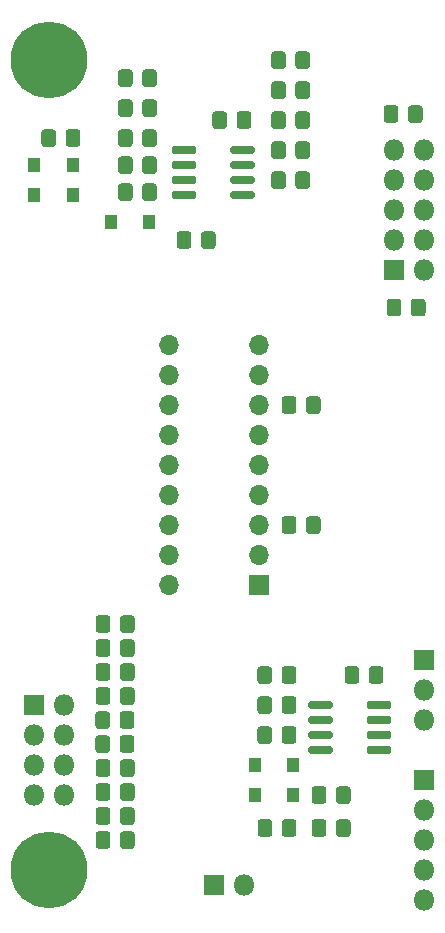
<source format=gbr>
G04 #@! TF.GenerationSoftware,KiCad,Pcbnew,5.1.6-c6e7f7d~86~ubuntu18.04.1*
G04 #@! TF.CreationDate,2020-06-20T09:56:21-04:00*
G04 #@! TF.ProjectId,five_pulser_board,66697665-5f70-4756-9c73-65725f626f61,rev?*
G04 #@! TF.SameCoordinates,Original*
G04 #@! TF.FileFunction,Soldermask,Top*
G04 #@! TF.FilePolarity,Negative*
%FSLAX46Y46*%
G04 Gerber Fmt 4.6, Leading zero omitted, Abs format (unit mm)*
G04 Created by KiCad (PCBNEW 5.1.6-c6e7f7d~86~ubuntu18.04.1) date 2020-06-20 09:56:21*
%MOMM*%
%LPD*%
G01*
G04 APERTURE LIST*
%ADD10O,1.800000X1.800000*%
%ADD11R,1.800000X1.800000*%
%ADD12O,1.700000X1.700000*%
%ADD13R,1.700000X1.700000*%
%ADD14C,0.900000*%
%ADD15C,6.500000*%
%ADD16R,1.000000X1.300000*%
G04 APERTURE END LIST*
D10*
X113030000Y-50800000D03*
X110490000Y-50800000D03*
X113030000Y-53340000D03*
X110490000Y-53340000D03*
X113030000Y-55880000D03*
X110490000Y-55880000D03*
X113030000Y-58420000D03*
X110490000Y-58420000D03*
X113030000Y-60960000D03*
D11*
X110490000Y-60960000D03*
D10*
X82550000Y-105410000D03*
X80010000Y-105410000D03*
X82550000Y-102870000D03*
X80010000Y-102870000D03*
X82550000Y-100330000D03*
X80010000Y-100330000D03*
X82550000Y-97790000D03*
D11*
X80010000Y-97790000D03*
G36*
G01*
X105295000Y-101425000D02*
X105295000Y-101775000D01*
G75*
G02*
X105120000Y-101950000I-175000J0D01*
G01*
X103420000Y-101950000D01*
G75*
G02*
X103245000Y-101775000I0J175000D01*
G01*
X103245000Y-101425000D01*
G75*
G02*
X103420000Y-101250000I175000J0D01*
G01*
X105120000Y-101250000D01*
G75*
G02*
X105295000Y-101425000I0J-175000D01*
G01*
G37*
G36*
G01*
X105295000Y-100155000D02*
X105295000Y-100505000D01*
G75*
G02*
X105120000Y-100680000I-175000J0D01*
G01*
X103420000Y-100680000D01*
G75*
G02*
X103245000Y-100505000I0J175000D01*
G01*
X103245000Y-100155000D01*
G75*
G02*
X103420000Y-99980000I175000J0D01*
G01*
X105120000Y-99980000D01*
G75*
G02*
X105295000Y-100155000I0J-175000D01*
G01*
G37*
G36*
G01*
X105295000Y-98885000D02*
X105295000Y-99235000D01*
G75*
G02*
X105120000Y-99410000I-175000J0D01*
G01*
X103420000Y-99410000D01*
G75*
G02*
X103245000Y-99235000I0J175000D01*
G01*
X103245000Y-98885000D01*
G75*
G02*
X103420000Y-98710000I175000J0D01*
G01*
X105120000Y-98710000D01*
G75*
G02*
X105295000Y-98885000I0J-175000D01*
G01*
G37*
G36*
G01*
X105295000Y-97615000D02*
X105295000Y-97965000D01*
G75*
G02*
X105120000Y-98140000I-175000J0D01*
G01*
X103420000Y-98140000D01*
G75*
G02*
X103245000Y-97965000I0J175000D01*
G01*
X103245000Y-97615000D01*
G75*
G02*
X103420000Y-97440000I175000J0D01*
G01*
X105120000Y-97440000D01*
G75*
G02*
X105295000Y-97615000I0J-175000D01*
G01*
G37*
G36*
G01*
X110245000Y-97615000D02*
X110245000Y-97965000D01*
G75*
G02*
X110070000Y-98140000I-175000J0D01*
G01*
X108370000Y-98140000D01*
G75*
G02*
X108195000Y-97965000I0J175000D01*
G01*
X108195000Y-97615000D01*
G75*
G02*
X108370000Y-97440000I175000J0D01*
G01*
X110070000Y-97440000D01*
G75*
G02*
X110245000Y-97615000I0J-175000D01*
G01*
G37*
G36*
G01*
X110245000Y-98885000D02*
X110245000Y-99235000D01*
G75*
G02*
X110070000Y-99410000I-175000J0D01*
G01*
X108370000Y-99410000D01*
G75*
G02*
X108195000Y-99235000I0J175000D01*
G01*
X108195000Y-98885000D01*
G75*
G02*
X108370000Y-98710000I175000J0D01*
G01*
X110070000Y-98710000D01*
G75*
G02*
X110245000Y-98885000I0J-175000D01*
G01*
G37*
G36*
G01*
X110245000Y-100155000D02*
X110245000Y-100505000D01*
G75*
G02*
X110070000Y-100680000I-175000J0D01*
G01*
X108370000Y-100680000D01*
G75*
G02*
X108195000Y-100505000I0J175000D01*
G01*
X108195000Y-100155000D01*
G75*
G02*
X108370000Y-99980000I175000J0D01*
G01*
X110070000Y-99980000D01*
G75*
G02*
X110245000Y-100155000I0J-175000D01*
G01*
G37*
G36*
G01*
X110245000Y-101425000D02*
X110245000Y-101775000D01*
G75*
G02*
X110070000Y-101950000I-175000J0D01*
G01*
X108370000Y-101950000D01*
G75*
G02*
X108195000Y-101775000I0J175000D01*
G01*
X108195000Y-101425000D01*
G75*
G02*
X108370000Y-101250000I175000J0D01*
G01*
X110070000Y-101250000D01*
G75*
G02*
X110245000Y-101425000I0J-175000D01*
G01*
G37*
D12*
X91440000Y-87630000D03*
X99060000Y-67310000D03*
X91440000Y-85090000D03*
X99060000Y-69850000D03*
X91440000Y-82550000D03*
X99060000Y-72390000D03*
X91440000Y-80010000D03*
X99060000Y-74930000D03*
X91440000Y-77470000D03*
X99060000Y-77470000D03*
X91440000Y-74930000D03*
X99060000Y-80010000D03*
X91440000Y-72390000D03*
X99060000Y-82550000D03*
X91440000Y-69850000D03*
X99060000Y-85090000D03*
X91440000Y-67310000D03*
D13*
X99060000Y-87630000D03*
G36*
G01*
X93735000Y-54435000D02*
X93735000Y-54785000D01*
G75*
G02*
X93560000Y-54960000I-175000J0D01*
G01*
X91860000Y-54960000D01*
G75*
G02*
X91685000Y-54785000I0J175000D01*
G01*
X91685000Y-54435000D01*
G75*
G02*
X91860000Y-54260000I175000J0D01*
G01*
X93560000Y-54260000D01*
G75*
G02*
X93735000Y-54435000I0J-175000D01*
G01*
G37*
G36*
G01*
X93735000Y-53165000D02*
X93735000Y-53515000D01*
G75*
G02*
X93560000Y-53690000I-175000J0D01*
G01*
X91860000Y-53690000D01*
G75*
G02*
X91685000Y-53515000I0J175000D01*
G01*
X91685000Y-53165000D01*
G75*
G02*
X91860000Y-52990000I175000J0D01*
G01*
X93560000Y-52990000D01*
G75*
G02*
X93735000Y-53165000I0J-175000D01*
G01*
G37*
G36*
G01*
X93735000Y-51895000D02*
X93735000Y-52245000D01*
G75*
G02*
X93560000Y-52420000I-175000J0D01*
G01*
X91860000Y-52420000D01*
G75*
G02*
X91685000Y-52245000I0J175000D01*
G01*
X91685000Y-51895000D01*
G75*
G02*
X91860000Y-51720000I175000J0D01*
G01*
X93560000Y-51720000D01*
G75*
G02*
X93735000Y-51895000I0J-175000D01*
G01*
G37*
G36*
G01*
X93735000Y-50625000D02*
X93735000Y-50975000D01*
G75*
G02*
X93560000Y-51150000I-175000J0D01*
G01*
X91860000Y-51150000D01*
G75*
G02*
X91685000Y-50975000I0J175000D01*
G01*
X91685000Y-50625000D01*
G75*
G02*
X91860000Y-50450000I175000J0D01*
G01*
X93560000Y-50450000D01*
G75*
G02*
X93735000Y-50625000I0J-175000D01*
G01*
G37*
G36*
G01*
X98685000Y-50625000D02*
X98685000Y-50975000D01*
G75*
G02*
X98510000Y-51150000I-175000J0D01*
G01*
X96810000Y-51150000D01*
G75*
G02*
X96635000Y-50975000I0J175000D01*
G01*
X96635000Y-50625000D01*
G75*
G02*
X96810000Y-50450000I175000J0D01*
G01*
X98510000Y-50450000D01*
G75*
G02*
X98685000Y-50625000I0J-175000D01*
G01*
G37*
G36*
G01*
X98685000Y-51895000D02*
X98685000Y-52245000D01*
G75*
G02*
X98510000Y-52420000I-175000J0D01*
G01*
X96810000Y-52420000D01*
G75*
G02*
X96635000Y-52245000I0J175000D01*
G01*
X96635000Y-51895000D01*
G75*
G02*
X96810000Y-51720000I175000J0D01*
G01*
X98510000Y-51720000D01*
G75*
G02*
X98685000Y-51895000I0J-175000D01*
G01*
G37*
G36*
G01*
X98685000Y-53165000D02*
X98685000Y-53515000D01*
G75*
G02*
X98510000Y-53690000I-175000J0D01*
G01*
X96810000Y-53690000D01*
G75*
G02*
X96635000Y-53515000I0J175000D01*
G01*
X96635000Y-53165000D01*
G75*
G02*
X96810000Y-52990000I175000J0D01*
G01*
X98510000Y-52990000D01*
G75*
G02*
X98685000Y-53165000I0J-175000D01*
G01*
G37*
G36*
G01*
X98685000Y-54435000D02*
X98685000Y-54785000D01*
G75*
G02*
X98510000Y-54960000I-175000J0D01*
G01*
X96810000Y-54960000D01*
G75*
G02*
X96635000Y-54785000I0J175000D01*
G01*
X96635000Y-54435000D01*
G75*
G02*
X96810000Y-54260000I175000J0D01*
G01*
X98510000Y-54260000D01*
G75*
G02*
X98685000Y-54435000I0J-175000D01*
G01*
G37*
G36*
G01*
X100984000Y-108682262D02*
X100984000Y-107725738D01*
G75*
G02*
X101255738Y-107454000I271738J0D01*
G01*
X101962262Y-107454000D01*
G75*
G02*
X102234000Y-107725738I0J-271738D01*
G01*
X102234000Y-108682262D01*
G75*
G02*
X101962262Y-108954000I-271738J0D01*
G01*
X101255738Y-108954000D01*
G75*
G02*
X100984000Y-108682262I0J271738D01*
G01*
G37*
G36*
G01*
X98934000Y-108682262D02*
X98934000Y-107725738D01*
G75*
G02*
X99205738Y-107454000I271738J0D01*
G01*
X99912262Y-107454000D01*
G75*
G02*
X100184000Y-107725738I0J-271738D01*
G01*
X100184000Y-108682262D01*
G75*
G02*
X99912262Y-108954000I-271738J0D01*
G01*
X99205738Y-108954000D01*
G75*
G02*
X98934000Y-108682262I0J271738D01*
G01*
G37*
G36*
G01*
X100975000Y-100808262D02*
X100975000Y-99851738D01*
G75*
G02*
X101246738Y-99580000I271738J0D01*
G01*
X101953262Y-99580000D01*
G75*
G02*
X102225000Y-99851738I0J-271738D01*
G01*
X102225000Y-100808262D01*
G75*
G02*
X101953262Y-101080000I-271738J0D01*
G01*
X101246738Y-101080000D01*
G75*
G02*
X100975000Y-100808262I0J271738D01*
G01*
G37*
G36*
G01*
X98925000Y-100808262D02*
X98925000Y-99851738D01*
G75*
G02*
X99196738Y-99580000I271738J0D01*
G01*
X99903262Y-99580000D01*
G75*
G02*
X100175000Y-99851738I0J-271738D01*
G01*
X100175000Y-100808262D01*
G75*
G02*
X99903262Y-101080000I-271738J0D01*
G01*
X99196738Y-101080000D01*
G75*
G02*
X98925000Y-100808262I0J271738D01*
G01*
G37*
G36*
G01*
X100975000Y-98268262D02*
X100975000Y-97311738D01*
G75*
G02*
X101246738Y-97040000I271738J0D01*
G01*
X101953262Y-97040000D01*
G75*
G02*
X102225000Y-97311738I0J-271738D01*
G01*
X102225000Y-98268262D01*
G75*
G02*
X101953262Y-98540000I-271738J0D01*
G01*
X101246738Y-98540000D01*
G75*
G02*
X100975000Y-98268262I0J271738D01*
G01*
G37*
G36*
G01*
X98925000Y-98268262D02*
X98925000Y-97311738D01*
G75*
G02*
X99196738Y-97040000I271738J0D01*
G01*
X99903262Y-97040000D01*
G75*
G02*
X100175000Y-97311738I0J-271738D01*
G01*
X100175000Y-98268262D01*
G75*
G02*
X99903262Y-98540000I-271738J0D01*
G01*
X99196738Y-98540000D01*
G75*
G02*
X98925000Y-98268262I0J271738D01*
G01*
G37*
G36*
G01*
X100175000Y-94771738D02*
X100175000Y-95728262D01*
G75*
G02*
X99903262Y-96000000I-271738J0D01*
G01*
X99196738Y-96000000D01*
G75*
G02*
X98925000Y-95728262I0J271738D01*
G01*
X98925000Y-94771738D01*
G75*
G02*
X99196738Y-94500000I271738J0D01*
G01*
X99903262Y-94500000D01*
G75*
G02*
X100175000Y-94771738I0J-271738D01*
G01*
G37*
G36*
G01*
X102225000Y-94771738D02*
X102225000Y-95728262D01*
G75*
G02*
X101953262Y-96000000I-271738J0D01*
G01*
X101246738Y-96000000D01*
G75*
G02*
X100975000Y-95728262I0J271738D01*
G01*
X100975000Y-94771738D01*
G75*
G02*
X101246738Y-94500000I271738J0D01*
G01*
X101953262Y-94500000D01*
G75*
G02*
X102225000Y-94771738I0J-271738D01*
G01*
G37*
G36*
G01*
X86477000Y-108741738D02*
X86477000Y-109698262D01*
G75*
G02*
X86205262Y-109970000I-271738J0D01*
G01*
X85498738Y-109970000D01*
G75*
G02*
X85227000Y-109698262I0J271738D01*
G01*
X85227000Y-108741738D01*
G75*
G02*
X85498738Y-108470000I271738J0D01*
G01*
X86205262Y-108470000D01*
G75*
G02*
X86477000Y-108741738I0J-271738D01*
G01*
G37*
G36*
G01*
X88527000Y-108741738D02*
X88527000Y-109698262D01*
G75*
G02*
X88255262Y-109970000I-271738J0D01*
G01*
X87548738Y-109970000D01*
G75*
G02*
X87277000Y-109698262I0J271738D01*
G01*
X87277000Y-108741738D01*
G75*
G02*
X87548738Y-108470000I271738J0D01*
G01*
X88255262Y-108470000D01*
G75*
G02*
X88527000Y-108741738I0J-271738D01*
G01*
G37*
G36*
G01*
X87277000Y-107666262D02*
X87277000Y-106709738D01*
G75*
G02*
X87548738Y-106438000I271738J0D01*
G01*
X88255262Y-106438000D01*
G75*
G02*
X88527000Y-106709738I0J-271738D01*
G01*
X88527000Y-107666262D01*
G75*
G02*
X88255262Y-107938000I-271738J0D01*
G01*
X87548738Y-107938000D01*
G75*
G02*
X87277000Y-107666262I0J271738D01*
G01*
G37*
G36*
G01*
X85227000Y-107666262D02*
X85227000Y-106709738D01*
G75*
G02*
X85498738Y-106438000I271738J0D01*
G01*
X86205262Y-106438000D01*
G75*
G02*
X86477000Y-106709738I0J-271738D01*
G01*
X86477000Y-107666262D01*
G75*
G02*
X86205262Y-107938000I-271738J0D01*
G01*
X85498738Y-107938000D01*
G75*
G02*
X85227000Y-107666262I0J271738D01*
G01*
G37*
G36*
G01*
X86477000Y-104677738D02*
X86477000Y-105634262D01*
G75*
G02*
X86205262Y-105906000I-271738J0D01*
G01*
X85498738Y-105906000D01*
G75*
G02*
X85227000Y-105634262I0J271738D01*
G01*
X85227000Y-104677738D01*
G75*
G02*
X85498738Y-104406000I271738J0D01*
G01*
X86205262Y-104406000D01*
G75*
G02*
X86477000Y-104677738I0J-271738D01*
G01*
G37*
G36*
G01*
X88527000Y-104677738D02*
X88527000Y-105634262D01*
G75*
G02*
X88255262Y-105906000I-271738J0D01*
G01*
X87548738Y-105906000D01*
G75*
G02*
X87277000Y-105634262I0J271738D01*
G01*
X87277000Y-104677738D01*
G75*
G02*
X87548738Y-104406000I271738J0D01*
G01*
X88255262Y-104406000D01*
G75*
G02*
X88527000Y-104677738I0J-271738D01*
G01*
G37*
G36*
G01*
X87277000Y-103602262D02*
X87277000Y-102645738D01*
G75*
G02*
X87548738Y-102374000I271738J0D01*
G01*
X88255262Y-102374000D01*
G75*
G02*
X88527000Y-102645738I0J-271738D01*
G01*
X88527000Y-103602262D01*
G75*
G02*
X88255262Y-103874000I-271738J0D01*
G01*
X87548738Y-103874000D01*
G75*
G02*
X87277000Y-103602262I0J271738D01*
G01*
G37*
G36*
G01*
X85227000Y-103602262D02*
X85227000Y-102645738D01*
G75*
G02*
X85498738Y-102374000I271738J0D01*
G01*
X86205262Y-102374000D01*
G75*
G02*
X86477000Y-102645738I0J-271738D01*
G01*
X86477000Y-103602262D01*
G75*
G02*
X86205262Y-103874000I-271738J0D01*
G01*
X85498738Y-103874000D01*
G75*
G02*
X85227000Y-103602262I0J271738D01*
G01*
G37*
G36*
G01*
X86459000Y-100613738D02*
X86459000Y-101570262D01*
G75*
G02*
X86187262Y-101842000I-271738J0D01*
G01*
X85480738Y-101842000D01*
G75*
G02*
X85209000Y-101570262I0J271738D01*
G01*
X85209000Y-100613738D01*
G75*
G02*
X85480738Y-100342000I271738J0D01*
G01*
X86187262Y-100342000D01*
G75*
G02*
X86459000Y-100613738I0J-271738D01*
G01*
G37*
G36*
G01*
X88509000Y-100613738D02*
X88509000Y-101570262D01*
G75*
G02*
X88237262Y-101842000I-271738J0D01*
G01*
X87530738Y-101842000D01*
G75*
G02*
X87259000Y-101570262I0J271738D01*
G01*
X87259000Y-100613738D01*
G75*
G02*
X87530738Y-100342000I271738J0D01*
G01*
X88237262Y-100342000D01*
G75*
G02*
X88509000Y-100613738I0J-271738D01*
G01*
G37*
G36*
G01*
X87259000Y-99538262D02*
X87259000Y-98581738D01*
G75*
G02*
X87530738Y-98310000I271738J0D01*
G01*
X88237262Y-98310000D01*
G75*
G02*
X88509000Y-98581738I0J-271738D01*
G01*
X88509000Y-99538262D01*
G75*
G02*
X88237262Y-99810000I-271738J0D01*
G01*
X87530738Y-99810000D01*
G75*
G02*
X87259000Y-99538262I0J271738D01*
G01*
G37*
G36*
G01*
X85209000Y-99538262D02*
X85209000Y-98581738D01*
G75*
G02*
X85480738Y-98310000I271738J0D01*
G01*
X86187262Y-98310000D01*
G75*
G02*
X86459000Y-98581738I0J-271738D01*
G01*
X86459000Y-99538262D01*
G75*
G02*
X86187262Y-99810000I-271738J0D01*
G01*
X85480738Y-99810000D01*
G75*
G02*
X85209000Y-99538262I0J271738D01*
G01*
G37*
G36*
G01*
X86477000Y-96549738D02*
X86477000Y-97506262D01*
G75*
G02*
X86205262Y-97778000I-271738J0D01*
G01*
X85498738Y-97778000D01*
G75*
G02*
X85227000Y-97506262I0J271738D01*
G01*
X85227000Y-96549738D01*
G75*
G02*
X85498738Y-96278000I271738J0D01*
G01*
X86205262Y-96278000D01*
G75*
G02*
X86477000Y-96549738I0J-271738D01*
G01*
G37*
G36*
G01*
X88527000Y-96549738D02*
X88527000Y-97506262D01*
G75*
G02*
X88255262Y-97778000I-271738J0D01*
G01*
X87548738Y-97778000D01*
G75*
G02*
X87277000Y-97506262I0J271738D01*
G01*
X87277000Y-96549738D01*
G75*
G02*
X87548738Y-96278000I271738J0D01*
G01*
X88255262Y-96278000D01*
G75*
G02*
X88527000Y-96549738I0J-271738D01*
G01*
G37*
G36*
G01*
X87277000Y-95474262D02*
X87277000Y-94517738D01*
G75*
G02*
X87548738Y-94246000I271738J0D01*
G01*
X88255262Y-94246000D01*
G75*
G02*
X88527000Y-94517738I0J-271738D01*
G01*
X88527000Y-95474262D01*
G75*
G02*
X88255262Y-95746000I-271738J0D01*
G01*
X87548738Y-95746000D01*
G75*
G02*
X87277000Y-95474262I0J271738D01*
G01*
G37*
G36*
G01*
X85227000Y-95474262D02*
X85227000Y-94517738D01*
G75*
G02*
X85498738Y-94246000I271738J0D01*
G01*
X86205262Y-94246000D01*
G75*
G02*
X86477000Y-94517738I0J-271738D01*
G01*
X86477000Y-95474262D01*
G75*
G02*
X86205262Y-95746000I-271738J0D01*
G01*
X85498738Y-95746000D01*
G75*
G02*
X85227000Y-95474262I0J271738D01*
G01*
G37*
G36*
G01*
X86477000Y-92485738D02*
X86477000Y-93442262D01*
G75*
G02*
X86205262Y-93714000I-271738J0D01*
G01*
X85498738Y-93714000D01*
G75*
G02*
X85227000Y-93442262I0J271738D01*
G01*
X85227000Y-92485738D01*
G75*
G02*
X85498738Y-92214000I271738J0D01*
G01*
X86205262Y-92214000D01*
G75*
G02*
X86477000Y-92485738I0J-271738D01*
G01*
G37*
G36*
G01*
X88527000Y-92485738D02*
X88527000Y-93442262D01*
G75*
G02*
X88255262Y-93714000I-271738J0D01*
G01*
X87548738Y-93714000D01*
G75*
G02*
X87277000Y-93442262I0J271738D01*
G01*
X87277000Y-92485738D01*
G75*
G02*
X87548738Y-92214000I271738J0D01*
G01*
X88255262Y-92214000D01*
G75*
G02*
X88527000Y-92485738I0J-271738D01*
G01*
G37*
G36*
G01*
X87277000Y-91410262D02*
X87277000Y-90453738D01*
G75*
G02*
X87548738Y-90182000I271738J0D01*
G01*
X88255262Y-90182000D01*
G75*
G02*
X88527000Y-90453738I0J-271738D01*
G01*
X88527000Y-91410262D01*
G75*
G02*
X88255262Y-91682000I-271738J0D01*
G01*
X87548738Y-91682000D01*
G75*
G02*
X87277000Y-91410262I0J271738D01*
G01*
G37*
G36*
G01*
X85227000Y-91410262D02*
X85227000Y-90453738D01*
G75*
G02*
X85498738Y-90182000I271738J0D01*
G01*
X86205262Y-90182000D01*
G75*
G02*
X86477000Y-90453738I0J-271738D01*
G01*
X86477000Y-91410262D01*
G75*
G02*
X86205262Y-91682000I-271738J0D01*
G01*
X85498738Y-91682000D01*
G75*
G02*
X85227000Y-91410262I0J271738D01*
G01*
G37*
G36*
G01*
X103025000Y-72868262D02*
X103025000Y-71911738D01*
G75*
G02*
X103296738Y-71640000I271738J0D01*
G01*
X104003262Y-71640000D01*
G75*
G02*
X104275000Y-71911738I0J-271738D01*
G01*
X104275000Y-72868262D01*
G75*
G02*
X104003262Y-73140000I-271738J0D01*
G01*
X103296738Y-73140000D01*
G75*
G02*
X103025000Y-72868262I0J271738D01*
G01*
G37*
G36*
G01*
X100975000Y-72868262D02*
X100975000Y-71911738D01*
G75*
G02*
X101246738Y-71640000I271738J0D01*
G01*
X101953262Y-71640000D01*
G75*
G02*
X102225000Y-71911738I0J-271738D01*
G01*
X102225000Y-72868262D01*
G75*
G02*
X101953262Y-73140000I-271738J0D01*
G01*
X101246738Y-73140000D01*
G75*
G02*
X100975000Y-72868262I0J271738D01*
G01*
G37*
G36*
G01*
X101336000Y-52861738D02*
X101336000Y-53818262D01*
G75*
G02*
X101064262Y-54090000I-271738J0D01*
G01*
X100357738Y-54090000D01*
G75*
G02*
X100086000Y-53818262I0J271738D01*
G01*
X100086000Y-52861738D01*
G75*
G02*
X100357738Y-52590000I271738J0D01*
G01*
X101064262Y-52590000D01*
G75*
G02*
X101336000Y-52861738I0J-271738D01*
G01*
G37*
G36*
G01*
X103386000Y-52861738D02*
X103386000Y-53818262D01*
G75*
G02*
X103114262Y-54090000I-271738J0D01*
G01*
X102407738Y-54090000D01*
G75*
G02*
X102136000Y-53818262I0J271738D01*
G01*
X102136000Y-52861738D01*
G75*
G02*
X102407738Y-52590000I271738J0D01*
G01*
X103114262Y-52590000D01*
G75*
G02*
X103386000Y-52861738I0J-271738D01*
G01*
G37*
G36*
G01*
X89164000Y-52548262D02*
X89164000Y-51591738D01*
G75*
G02*
X89435738Y-51320000I271738J0D01*
G01*
X90142262Y-51320000D01*
G75*
G02*
X90414000Y-51591738I0J-271738D01*
G01*
X90414000Y-52548262D01*
G75*
G02*
X90142262Y-52820000I-271738J0D01*
G01*
X89435738Y-52820000D01*
G75*
G02*
X89164000Y-52548262I0J271738D01*
G01*
G37*
G36*
G01*
X87114000Y-52548262D02*
X87114000Y-51591738D01*
G75*
G02*
X87385738Y-51320000I271738J0D01*
G01*
X88092262Y-51320000D01*
G75*
G02*
X88364000Y-51591738I0J-271738D01*
G01*
X88364000Y-52548262D01*
G75*
G02*
X88092262Y-52820000I-271738J0D01*
G01*
X87385738Y-52820000D01*
G75*
G02*
X87114000Y-52548262I0J271738D01*
G01*
G37*
G36*
G01*
X102136000Y-51278262D02*
X102136000Y-50321738D01*
G75*
G02*
X102407738Y-50050000I271738J0D01*
G01*
X103114262Y-50050000D01*
G75*
G02*
X103386000Y-50321738I0J-271738D01*
G01*
X103386000Y-51278262D01*
G75*
G02*
X103114262Y-51550000I-271738J0D01*
G01*
X102407738Y-51550000D01*
G75*
G02*
X102136000Y-51278262I0J271738D01*
G01*
G37*
G36*
G01*
X100086000Y-51278262D02*
X100086000Y-50321738D01*
G75*
G02*
X100357738Y-50050000I271738J0D01*
G01*
X101064262Y-50050000D01*
G75*
G02*
X101336000Y-50321738I0J-271738D01*
G01*
X101336000Y-51278262D01*
G75*
G02*
X101064262Y-51550000I-271738J0D01*
G01*
X100357738Y-51550000D01*
G75*
G02*
X100086000Y-51278262I0J271738D01*
G01*
G37*
G36*
G01*
X88364000Y-49305738D02*
X88364000Y-50262262D01*
G75*
G02*
X88092262Y-50534000I-271738J0D01*
G01*
X87385738Y-50534000D01*
G75*
G02*
X87114000Y-50262262I0J271738D01*
G01*
X87114000Y-49305738D01*
G75*
G02*
X87385738Y-49034000I271738J0D01*
G01*
X88092262Y-49034000D01*
G75*
G02*
X88364000Y-49305738I0J-271738D01*
G01*
G37*
G36*
G01*
X90414000Y-49305738D02*
X90414000Y-50262262D01*
G75*
G02*
X90142262Y-50534000I-271738J0D01*
G01*
X89435738Y-50534000D01*
G75*
G02*
X89164000Y-50262262I0J271738D01*
G01*
X89164000Y-49305738D01*
G75*
G02*
X89435738Y-49034000I271738J0D01*
G01*
X90142262Y-49034000D01*
G75*
G02*
X90414000Y-49305738I0J-271738D01*
G01*
G37*
G36*
G01*
X88373000Y-46765738D02*
X88373000Y-47722262D01*
G75*
G02*
X88101262Y-47994000I-271738J0D01*
G01*
X87394738Y-47994000D01*
G75*
G02*
X87123000Y-47722262I0J271738D01*
G01*
X87123000Y-46765738D01*
G75*
G02*
X87394738Y-46494000I271738J0D01*
G01*
X88101262Y-46494000D01*
G75*
G02*
X88373000Y-46765738I0J-271738D01*
G01*
G37*
G36*
G01*
X90423000Y-46765738D02*
X90423000Y-47722262D01*
G75*
G02*
X90151262Y-47994000I-271738J0D01*
G01*
X89444738Y-47994000D01*
G75*
G02*
X89173000Y-47722262I0J271738D01*
G01*
X89173000Y-46765738D01*
G75*
G02*
X89444738Y-46494000I271738J0D01*
G01*
X90151262Y-46494000D01*
G75*
G02*
X90423000Y-46765738I0J-271738D01*
G01*
G37*
G36*
G01*
X88364000Y-44225738D02*
X88364000Y-45182262D01*
G75*
G02*
X88092262Y-45454000I-271738J0D01*
G01*
X87385738Y-45454000D01*
G75*
G02*
X87114000Y-45182262I0J271738D01*
G01*
X87114000Y-44225738D01*
G75*
G02*
X87385738Y-43954000I271738J0D01*
G01*
X88092262Y-43954000D01*
G75*
G02*
X88364000Y-44225738I0J-271738D01*
G01*
G37*
G36*
G01*
X90414000Y-44225738D02*
X90414000Y-45182262D01*
G75*
G02*
X90142262Y-45454000I-271738J0D01*
G01*
X89435738Y-45454000D01*
G75*
G02*
X89164000Y-45182262I0J271738D01*
G01*
X89164000Y-44225738D01*
G75*
G02*
X89435738Y-43954000I271738J0D01*
G01*
X90142262Y-43954000D01*
G75*
G02*
X90414000Y-44225738I0J-271738D01*
G01*
G37*
G36*
G01*
X101336000Y-47781738D02*
X101336000Y-48738262D01*
G75*
G02*
X101064262Y-49010000I-271738J0D01*
G01*
X100357738Y-49010000D01*
G75*
G02*
X100086000Y-48738262I0J271738D01*
G01*
X100086000Y-47781738D01*
G75*
G02*
X100357738Y-47510000I271738J0D01*
G01*
X101064262Y-47510000D01*
G75*
G02*
X101336000Y-47781738I0J-271738D01*
G01*
G37*
G36*
G01*
X103386000Y-47781738D02*
X103386000Y-48738262D01*
G75*
G02*
X103114262Y-49010000I-271738J0D01*
G01*
X102407738Y-49010000D01*
G75*
G02*
X102136000Y-48738262I0J271738D01*
G01*
X102136000Y-47781738D01*
G75*
G02*
X102407738Y-47510000I271738J0D01*
G01*
X103114262Y-47510000D01*
G75*
G02*
X103386000Y-47781738I0J-271738D01*
G01*
G37*
G36*
G01*
X101336000Y-45241738D02*
X101336000Y-46198262D01*
G75*
G02*
X101064262Y-46470000I-271738J0D01*
G01*
X100357738Y-46470000D01*
G75*
G02*
X100086000Y-46198262I0J271738D01*
G01*
X100086000Y-45241738D01*
G75*
G02*
X100357738Y-44970000I271738J0D01*
G01*
X101064262Y-44970000D01*
G75*
G02*
X101336000Y-45241738I0J-271738D01*
G01*
G37*
G36*
G01*
X103386000Y-45241738D02*
X103386000Y-46198262D01*
G75*
G02*
X103114262Y-46470000I-271738J0D01*
G01*
X102407738Y-46470000D01*
G75*
G02*
X102136000Y-46198262I0J271738D01*
G01*
X102136000Y-45241738D01*
G75*
G02*
X102407738Y-44970000I271738J0D01*
G01*
X103114262Y-44970000D01*
G75*
G02*
X103386000Y-45241738I0J-271738D01*
G01*
G37*
G36*
G01*
X81887000Y-49305738D02*
X81887000Y-50262262D01*
G75*
G02*
X81615262Y-50534000I-271738J0D01*
G01*
X80908738Y-50534000D01*
G75*
G02*
X80637000Y-50262262I0J271738D01*
G01*
X80637000Y-49305738D01*
G75*
G02*
X80908738Y-49034000I271738J0D01*
G01*
X81615262Y-49034000D01*
G75*
G02*
X81887000Y-49305738I0J-271738D01*
G01*
G37*
G36*
G01*
X83937000Y-49305738D02*
X83937000Y-50262262D01*
G75*
G02*
X83665262Y-50534000I-271738J0D01*
G01*
X82958738Y-50534000D01*
G75*
G02*
X82687000Y-50262262I0J271738D01*
G01*
X82687000Y-49305738D01*
G75*
G02*
X82958738Y-49034000I271738J0D01*
G01*
X83665262Y-49034000D01*
G75*
G02*
X83937000Y-49305738I0J-271738D01*
G01*
G37*
D10*
X97790000Y-113030000D03*
D11*
X95250000Y-113030000D03*
D10*
X113030000Y-99060000D03*
X113030000Y-96520000D03*
D11*
X113030000Y-93980000D03*
D10*
X113030000Y-114300000D03*
X113030000Y-111760000D03*
X113030000Y-109220000D03*
X113030000Y-106680000D03*
D11*
X113030000Y-104140000D03*
D14*
X82977056Y-41482944D03*
X81280000Y-40780000D03*
X79582944Y-41482944D03*
X78880000Y-43180000D03*
X79582944Y-44877056D03*
X81280000Y-45580000D03*
X82977056Y-44877056D03*
X83680000Y-43180000D03*
D15*
X81280000Y-43180000D03*
D14*
X82977056Y-110062944D03*
X81280000Y-109360000D03*
X79582944Y-110062944D03*
X78880000Y-111760000D03*
X79582944Y-113457056D03*
X81280000Y-114160000D03*
X82977056Y-113457056D03*
X83680000Y-111760000D03*
D15*
X81280000Y-111760000D03*
D16*
X101980000Y-105410000D03*
X98680000Y-105410000D03*
X101980000Y-102870000D03*
X98680000Y-102870000D03*
X86489000Y-56896000D03*
X89789000Y-56896000D03*
X80012000Y-54610000D03*
X83312000Y-54610000D03*
X80012000Y-52070000D03*
X83312000Y-52070000D03*
G36*
G01*
X105565000Y-108682262D02*
X105565000Y-107725738D01*
G75*
G02*
X105836738Y-107454000I271738J0D01*
G01*
X106543262Y-107454000D01*
G75*
G02*
X106815000Y-107725738I0J-271738D01*
G01*
X106815000Y-108682262D01*
G75*
G02*
X106543262Y-108954000I-271738J0D01*
G01*
X105836738Y-108954000D01*
G75*
G02*
X105565000Y-108682262I0J271738D01*
G01*
G37*
G36*
G01*
X103515000Y-108682262D02*
X103515000Y-107725738D01*
G75*
G02*
X103786738Y-107454000I271738J0D01*
G01*
X104493262Y-107454000D01*
G75*
G02*
X104765000Y-107725738I0J-271738D01*
G01*
X104765000Y-108682262D01*
G75*
G02*
X104493262Y-108954000I-271738J0D01*
G01*
X103786738Y-108954000D01*
G75*
G02*
X103515000Y-108682262I0J271738D01*
G01*
G37*
G36*
G01*
X103025000Y-83028262D02*
X103025000Y-82071738D01*
G75*
G02*
X103296738Y-81800000I271738J0D01*
G01*
X104003262Y-81800000D01*
G75*
G02*
X104275000Y-82071738I0J-271738D01*
G01*
X104275000Y-83028262D01*
G75*
G02*
X104003262Y-83300000I-271738J0D01*
G01*
X103296738Y-83300000D01*
G75*
G02*
X103025000Y-83028262I0J271738D01*
G01*
G37*
G36*
G01*
X100975000Y-83028262D02*
X100975000Y-82071738D01*
G75*
G02*
X101246738Y-81800000I271738J0D01*
G01*
X101953262Y-81800000D01*
G75*
G02*
X102225000Y-82071738I0J-271738D01*
G01*
X102225000Y-83028262D01*
G75*
G02*
X101953262Y-83300000I-271738J0D01*
G01*
X101246738Y-83300000D01*
G75*
G02*
X100975000Y-83028262I0J271738D01*
G01*
G37*
G36*
G01*
X108350000Y-95728262D02*
X108350000Y-94771738D01*
G75*
G02*
X108621738Y-94500000I271738J0D01*
G01*
X109328262Y-94500000D01*
G75*
G02*
X109600000Y-94771738I0J-271738D01*
G01*
X109600000Y-95728262D01*
G75*
G02*
X109328262Y-96000000I-271738J0D01*
G01*
X108621738Y-96000000D01*
G75*
G02*
X108350000Y-95728262I0J271738D01*
G01*
G37*
G36*
G01*
X106300000Y-95728262D02*
X106300000Y-94771738D01*
G75*
G02*
X106571738Y-94500000I271738J0D01*
G01*
X107278262Y-94500000D01*
G75*
G02*
X107550000Y-94771738I0J-271738D01*
G01*
X107550000Y-95728262D01*
G75*
G02*
X107278262Y-96000000I-271738J0D01*
G01*
X106571738Y-96000000D01*
G75*
G02*
X106300000Y-95728262I0J271738D01*
G01*
G37*
G36*
G01*
X105565000Y-105888262D02*
X105565000Y-104931738D01*
G75*
G02*
X105836738Y-104660000I271738J0D01*
G01*
X106543262Y-104660000D01*
G75*
G02*
X106815000Y-104931738I0J-271738D01*
G01*
X106815000Y-105888262D01*
G75*
G02*
X106543262Y-106160000I-271738J0D01*
G01*
X105836738Y-106160000D01*
G75*
G02*
X105565000Y-105888262I0J271738D01*
G01*
G37*
G36*
G01*
X103515000Y-105888262D02*
X103515000Y-104931738D01*
G75*
G02*
X103786738Y-104660000I271738J0D01*
G01*
X104493262Y-104660000D01*
G75*
G02*
X104765000Y-104931738I0J-271738D01*
G01*
X104765000Y-105888262D01*
G75*
G02*
X104493262Y-106160000I-271738J0D01*
G01*
X103786738Y-106160000D01*
G75*
G02*
X103515000Y-105888262I0J271738D01*
G01*
G37*
G36*
G01*
X89164000Y-54834262D02*
X89164000Y-53877738D01*
G75*
G02*
X89435738Y-53606000I271738J0D01*
G01*
X90142262Y-53606000D01*
G75*
G02*
X90414000Y-53877738I0J-271738D01*
G01*
X90414000Y-54834262D01*
G75*
G02*
X90142262Y-55106000I-271738J0D01*
G01*
X89435738Y-55106000D01*
G75*
G02*
X89164000Y-54834262I0J271738D01*
G01*
G37*
G36*
G01*
X87114000Y-54834262D02*
X87114000Y-53877738D01*
G75*
G02*
X87385738Y-53606000I271738J0D01*
G01*
X88092262Y-53606000D01*
G75*
G02*
X88364000Y-53877738I0J-271738D01*
G01*
X88364000Y-54834262D01*
G75*
G02*
X88092262Y-55106000I-271738J0D01*
G01*
X87385738Y-55106000D01*
G75*
G02*
X87114000Y-54834262I0J271738D01*
G01*
G37*
G36*
G01*
X97165000Y-48738262D02*
X97165000Y-47781738D01*
G75*
G02*
X97436738Y-47510000I271738J0D01*
G01*
X98143262Y-47510000D01*
G75*
G02*
X98415000Y-47781738I0J-271738D01*
G01*
X98415000Y-48738262D01*
G75*
G02*
X98143262Y-49010000I-271738J0D01*
G01*
X97436738Y-49010000D01*
G75*
G02*
X97165000Y-48738262I0J271738D01*
G01*
G37*
G36*
G01*
X95115000Y-48738262D02*
X95115000Y-47781738D01*
G75*
G02*
X95386738Y-47510000I271738J0D01*
G01*
X96093262Y-47510000D01*
G75*
G02*
X96365000Y-47781738I0J-271738D01*
G01*
X96365000Y-48738262D01*
G75*
G02*
X96093262Y-49010000I-271738J0D01*
G01*
X95386738Y-49010000D01*
G75*
G02*
X95115000Y-48738262I0J271738D01*
G01*
G37*
G36*
G01*
X94135000Y-58898262D02*
X94135000Y-57941738D01*
G75*
G02*
X94406738Y-57670000I271738J0D01*
G01*
X95113262Y-57670000D01*
G75*
G02*
X95385000Y-57941738I0J-271738D01*
G01*
X95385000Y-58898262D01*
G75*
G02*
X95113262Y-59170000I-271738J0D01*
G01*
X94406738Y-59170000D01*
G75*
G02*
X94135000Y-58898262I0J271738D01*
G01*
G37*
G36*
G01*
X92085000Y-58898262D02*
X92085000Y-57941738D01*
G75*
G02*
X92356738Y-57670000I271738J0D01*
G01*
X93063262Y-57670000D01*
G75*
G02*
X93335000Y-57941738I0J-271738D01*
G01*
X93335000Y-58898262D01*
G75*
G02*
X93063262Y-59170000I-271738J0D01*
G01*
X92356738Y-59170000D01*
G75*
G02*
X92085000Y-58898262I0J271738D01*
G01*
G37*
G36*
G01*
X110861000Y-47273738D02*
X110861000Y-48230262D01*
G75*
G02*
X110589262Y-48502000I-271738J0D01*
G01*
X109882738Y-48502000D01*
G75*
G02*
X109611000Y-48230262I0J271738D01*
G01*
X109611000Y-47273738D01*
G75*
G02*
X109882738Y-47002000I271738J0D01*
G01*
X110589262Y-47002000D01*
G75*
G02*
X110861000Y-47273738I0J-271738D01*
G01*
G37*
G36*
G01*
X112911000Y-47273738D02*
X112911000Y-48230262D01*
G75*
G02*
X112639262Y-48502000I-271738J0D01*
G01*
X111932738Y-48502000D01*
G75*
G02*
X111661000Y-48230262I0J271738D01*
G01*
X111661000Y-47273738D01*
G75*
G02*
X111932738Y-47002000I271738J0D01*
G01*
X112639262Y-47002000D01*
G75*
G02*
X112911000Y-47273738I0J-271738D01*
G01*
G37*
G36*
G01*
X111915000Y-64613262D02*
X111915000Y-63656738D01*
G75*
G02*
X112186738Y-63385000I271738J0D01*
G01*
X112893262Y-63385000D01*
G75*
G02*
X113165000Y-63656738I0J-271738D01*
G01*
X113165000Y-64613262D01*
G75*
G02*
X112893262Y-64885000I-271738J0D01*
G01*
X112186738Y-64885000D01*
G75*
G02*
X111915000Y-64613262I0J271738D01*
G01*
G37*
G36*
G01*
X109865000Y-64613262D02*
X109865000Y-63656738D01*
G75*
G02*
X110136738Y-63385000I271738J0D01*
G01*
X110843262Y-63385000D01*
G75*
G02*
X111115000Y-63656738I0J-271738D01*
G01*
X111115000Y-64613262D01*
G75*
G02*
X110843262Y-64885000I-271738J0D01*
G01*
X110136738Y-64885000D01*
G75*
G02*
X109865000Y-64613262I0J271738D01*
G01*
G37*
G36*
G01*
X102136000Y-43658262D02*
X102136000Y-42701738D01*
G75*
G02*
X102407738Y-42430000I271738J0D01*
G01*
X103114262Y-42430000D01*
G75*
G02*
X103386000Y-42701738I0J-271738D01*
G01*
X103386000Y-43658262D01*
G75*
G02*
X103114262Y-43930000I-271738J0D01*
G01*
X102407738Y-43930000D01*
G75*
G02*
X102136000Y-43658262I0J271738D01*
G01*
G37*
G36*
G01*
X100086000Y-43658262D02*
X100086000Y-42701738D01*
G75*
G02*
X100357738Y-42430000I271738J0D01*
G01*
X101064262Y-42430000D01*
G75*
G02*
X101336000Y-42701738I0J-271738D01*
G01*
X101336000Y-43658262D01*
G75*
G02*
X101064262Y-43930000I-271738J0D01*
G01*
X100357738Y-43930000D01*
G75*
G02*
X100086000Y-43658262I0J271738D01*
G01*
G37*
M02*

</source>
